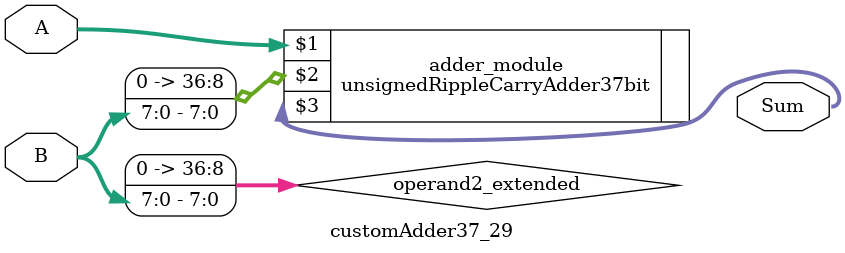
<source format=v>
module customAdder37_29(
                        input [36 : 0] A,
                        input [7 : 0] B,
                        
                        output [37 : 0] Sum
                );

        wire [36 : 0] operand2_extended;
        
        assign operand2_extended =  {29'b0, B};
        
        unsignedRippleCarryAdder37bit adder_module(
            A,
            operand2_extended,
            Sum
        );
        
        endmodule
        
</source>
